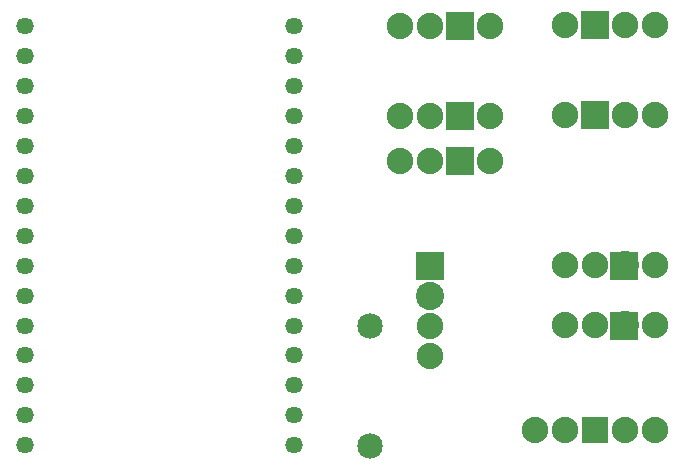
<source format=gbs>
G04 MADE WITH FRITZING*
G04 WWW.FRITZING.ORG*
G04 DOUBLE SIDED*
G04 HOLES PLATED*
G04 CONTOUR ON CENTER OF CONTOUR VECTOR*
%ASAXBY*%
%FSLAX23Y23*%
%MOIN*%
%OFA0B0*%
%SFA1.0B1.0*%
%ADD10C,0.085000*%
%ADD11C,0.088000*%
%ADD12C,0.094141*%
%ADD13C,0.057829*%
%ADD14R,0.094375X0.094375*%
%ADD15R,0.093333X0.093333*%
%ADD16R,0.088000X0.088000*%
%LNMASK0*%
G90*
G70*
G54D10*
X1406Y945D03*
X1406Y545D03*
G54D11*
X2055Y1647D03*
G54D12*
X2155Y1647D03*
G54D11*
X2255Y1647D03*
X2355Y1647D03*
X2055Y1947D03*
G54D12*
X2155Y1947D03*
G54D11*
X2255Y1947D03*
X2355Y1947D03*
X2355Y1147D03*
G54D12*
X2255Y1147D03*
G54D11*
X2155Y1147D03*
X2055Y1147D03*
X1805Y1646D03*
G54D12*
X1705Y1646D03*
G54D11*
X1605Y1646D03*
X1505Y1646D03*
X1806Y1494D03*
G54D12*
X1706Y1494D03*
G54D11*
X1606Y1494D03*
X1506Y1494D03*
X1805Y1946D03*
G54D12*
X1705Y1946D03*
G54D11*
X1605Y1946D03*
X1505Y1946D03*
X2355Y947D03*
G54D12*
X2255Y947D03*
G54D11*
X2155Y947D03*
X2055Y947D03*
X1605Y1146D03*
G54D12*
X1605Y1046D03*
G54D11*
X1605Y946D03*
X1605Y846D03*
X2355Y597D03*
X2255Y597D03*
X2155Y597D03*
X2055Y597D03*
X1955Y597D03*
G54D13*
X1153Y1745D03*
X256Y1945D03*
X256Y1845D03*
X256Y1745D03*
X256Y1645D03*
X256Y1545D03*
X1153Y1845D03*
X1153Y1945D03*
X1153Y1645D03*
X256Y1446D03*
X256Y1346D03*
X256Y1246D03*
X256Y1146D03*
X256Y1046D03*
X256Y946D03*
X256Y847D03*
X256Y747D03*
X256Y647D03*
X256Y547D03*
X1153Y1246D03*
X1153Y1146D03*
X1153Y1046D03*
X1153Y946D03*
X1153Y847D03*
X1153Y747D03*
X1153Y647D03*
X1153Y547D03*
X1153Y1545D03*
X1153Y1446D03*
X1153Y1346D03*
G54D14*
X2155Y1647D03*
X2155Y1947D03*
X2254Y1146D03*
X1705Y1646D03*
X1706Y1494D03*
X1705Y1946D03*
X2254Y946D03*
G54D15*
X1605Y1146D03*
G54D16*
X2155Y597D03*
G04 End of Mask0*
M02*
</source>
